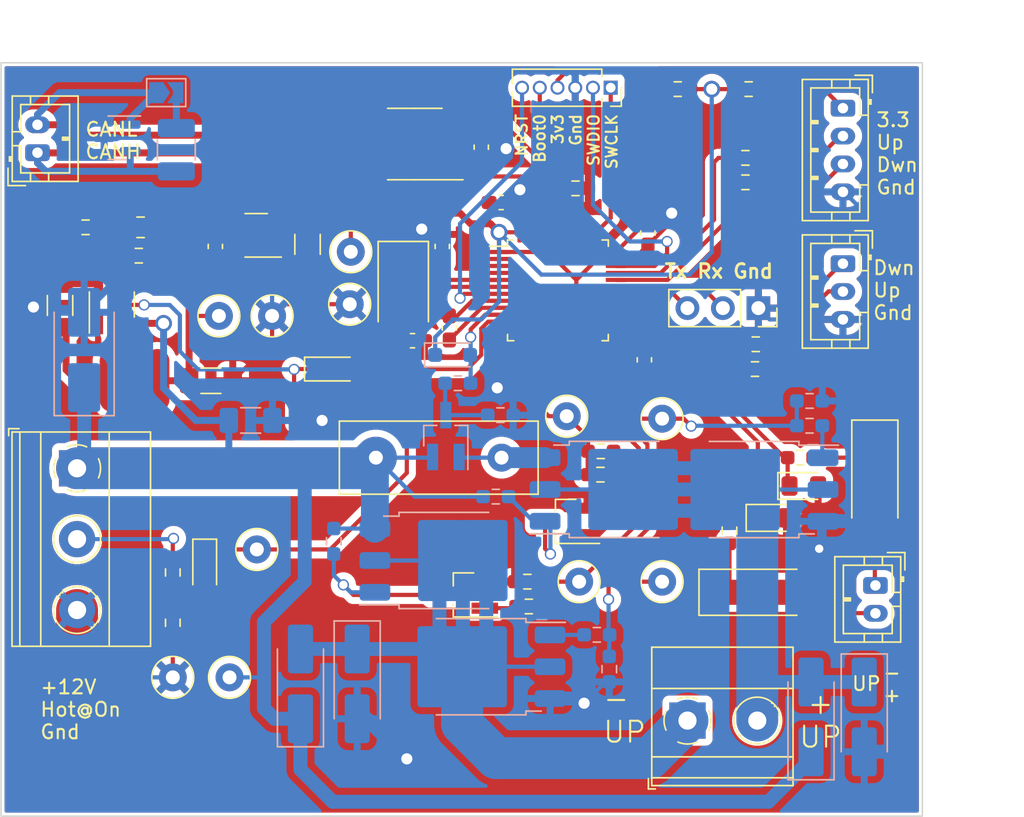
<source format=kicad_pcb>
(kicad_pcb (version 20240108) (generator "pcbnew") (generator_version "8.0")
  (layers (0 "F.Cu" signal) (31 "B.Cu" signal) (34 "B.Paste" user) (35 "F.Paste" user) (36 "B.SilkS" user "B.Silkscreen") (37 "F.SilkS" user "F.Silkscreen") (38 "B.Mask" user) (39 "F.Mask" user) (44 "Edge.Cuts" user))
  (net 0 "")
  (net 1 "+5V")
  (net 2 "GND")
  (net 3 "+12V")
  (net 4 "Net-(U2-SW)")
  (net 5 "Net-(U2-BS)")
  (net 6 "+3V3")
  (net 7 "Net-(U2-FB)")
  (net 8 "/OSC_IN")
  (net 9 "/OSC_OUT")
  (net 10 "/VEN")
  (net 11 "Net-(D1-A)")
  (net 12 "/Power_EN")
  (net 13 "Net-(D4-K)")
  (net 14 "Net-(D4-A)")
  (net 15 "Net-(D5-K)")
  (net 16 "Net-(D5-A)")
  (net 17 "/UP_DIR")
  (net 18 "/DOWN_DIR")
  (net 19 "/Vsen")
  (net 20 "Net-(D10-A)")
  (net 21 "Net-(D11-A)")
  (net 22 "/CANL")
  (net 23 "/CANH")
  (net 24 "/HOT@On")
  (net 25 "Net-(J2-Pin_1)")
  (net 26 "Net-(J2-Pin_2)")
  (net 27 "Net-(J2-Pin_3)")
  (net 28 "Net-(J3-Pin_2)")
  (net 29 "/Rx")
  (net 30 "/Tx")
  (net 31 "/SWCLK")
  (net 32 "/SWDIO")
  (net 33 "Net-(J5-Pin_4)")
  (net 34 "/BOOT0")
  (net 35 "/NRST")
  (net 36 "Net-(JP1-B)")
  (net 37 "Net-(Q1-G)")
  (net 38 "Net-(Q1-D)")
  (net 39 "Net-(Q2-S)")
  (net 40 "Net-(Q3-G)")
  (net 41 "Net-(Q4-G)")
  (net 42 "Net-(Q5-G)")
  (net 43 "Net-(Q6-G)")
  (net 44 "/UP_SW")
  (net 45 "/DOWN_SW")
  (net 46 "/UP_BTN")
  (net 47 "/DOWN_BTN")
  (net 48 "Net-(U4-sense)")
  (net 49 "/L_UP")
  (net 50 "/L_DOWN")
  (net 51 "/R_DOWN")
  (net 52 "/R_UP")
  (net 63 "/CAN_Rx")
  (net 64 "/CAN_Tx")
  (net 73 "Net-(J3-Pin_1)")
  (footprint "Crystal:Crystal_SMD_5032-2Pin_5.0x3.2mm" (layer "F.Cu") (at 99.314 86.36 -90)
    (property "Reference" "Y1" (hide yes))
    (property "Value" "NX5032GA-8MHz" (hide yes))
  )
  (footprint "Resistor_SMD:R_0603_1608Metric_Pad0.98x0.95mm_HandSolder" (layer "F.Cu") (at 82.804 110.6405 90)
    (property "Reference" "R2" (hide yes))
    (property "Value" "100k" (hide yes))
  )
  (footprint "TestPoint:TestPoint_Loop_D1.80mm_Drill1.0mm_Beaded" (layer "F.Cu") (at 111.0234 95.8342)
    (property "Reference" "TP8" (hide yes))
    (property "Value" "L+" (hide yes))
  )
  (footprint "TestPoint:TestPoint_Loop_D1.80mm_Drill1.0mm_Beaded" (layer "F.Cu") (at 117.856 107.696)
    (property "Reference" "TP11" (hide yes))
    (property "Value" "R-" (hide yes))
  )
  (footprint "Capacitor_SMD:C_1206_3216Metric_Pad1.33x1.80mm_HandSolder" (layer "F.Cu") (at 85.5341 93.2942)
    (property "Reference" "C5" (hide yes))
    (property "Value" "47u" (hide yes))
  )
  (footprint "Capacitor_SMD:C_1206_3216Metric_Pad1.33x1.80mm_HandSolder" (layer "F.Cu") (at 74.7268 87.8971 90)
    (property "Reference" "C3" (hide yes))
    (property "Value" "1u" (hide yes))
  )
  (footprint "Connector_JST:JST_PH_B4B-PH-K_1x04_P2.00mm_Vertical" (layer "F.Cu") (at 130.81 73.756 -90)
    (property "Reference" "J2" (hide yes))
    (property "Value" "Hall" (hide yes))
  )
  (footprint "TestPoint:TestPoint_Loop_D1.80mm_Drill1.0mm_Beaded" (layer "F.Cu") (at 86.868 114.554)
    (property "Reference" "TP3" (hide yes))
    (property "Value" "12V" (hide yes))
  )
  (footprint "Resistor_SMD:R_0603_1608Metric_Pad0.98x0.95mm_HandSolder" (layer "F.Cu") (at 80.3675 84.328 180)
    (property "Reference" "R7" (hide yes))
    (property "Value" "100k" (hide yes))
  )
  (footprint "Connector_PinSocket_1.27mm:PinSocket_1x06_P1.27mm_Vertical" (layer "F.Cu") (at 114.173 72.2884 -90)
    (property "Reference" "J5" (hide yes))
    (property "Value" "Prog" (hide yes))
  )
  (footprint "Capacitor_SMD:C_0603_1608Metric_Pad1.08x0.95mm_HandSolder" (layer "F.Cu") (at 116.586 91.7945 -90)
    (property "Reference" "C12" (hide yes))
    (property "Value" "0.1" (hide yes))
  )
  (footprint "TestPoint:TestPoint_Loop_D1.80mm_Drill1.0mm_Beaded" (layer "F.Cu") (at 95.5548 84.0486)
    (property "Reference" "TP5" (hide yes))
    (property "Value" "3V3" (hide yes))
  )
  (footprint "Resistor_THT:R_Box_L14.0mm_W5.0mm_P9.00mm" (layer "F.Cu") (at 97.354 98.806)
    (property "Reference" "R20" (hide yes))
    (property "Value" "0.05" (hide yes))
  )
  (footprint "TestPoint:TestPoint_Loop_D1.80mm_Drill1.0mm_Beaded" (layer "F.Cu") (at 89.916 88.646)
    (property "Reference" "TP1" (hide yes))
    (property "Value" "Gnd" (hide yes))
  )
  (footprint "Capacitor_SMD:C_0603_1608Metric_Pad1.08x0.95mm_HandSolder" (layer "F.Cu") (at 102.616 89.5085 90)
    (property "Reference" "C11" (hide yes))
    (property "Value" "0.1" (hide yes))
  )
  (footprint "TestPoint:TestPoint_Loop_D1.80mm_Drill1.0mm_Beaded" (layer "F.Cu") (at 111.9124 107.696)
    (property "Reference" "TP10" (hide yes))
    (property "Value" "R+" (hide yes))
  )
  (footprint "Capacitor_SMD:C_0603_1608Metric_Pad1.08x0.95mm_HandSolder" (layer "F.Cu") (at 116.84 82.7035 -90)
    (property "Reference" "C9" (hide yes))
    (property "Value" "0.1" (hide yes))
  )
  (footprint "Capacitor_SMD:C_1206_3216Metric" (layer "F.Cu") (at 92.456 83.517 -90)
    (property "Reference" "C4" (hide yes))
    (property "Value" "47u" (hide yes))
  )
  (footprint "Package_TO_SOT_SMD:SOT-23_Handsoldering" (layer "F.Cu") (at 103.656 108.646 180)
    (property "Reference" "Q6" (hide yes))
    (property "Value" "2N7002" (hide yes))
  )
  (footprint "kicad:cd43" (layer "F.Cu") (at 80.0614 93.2688)
    (property "Reference" "L1" (hide yes))
    (property "Value" "10u" (hide yes))
  )
  (footprint "Connector_PinSocket_2.54mm:PinSocket_1x03_P2.54mm_Vertical" (layer "F.Cu") (at 124.7498 88.0868 -90)
    (property "Reference" "J4" (hide yes))
    (property "Value" "UART" (hide yes))
  )
  (footprint "Capacitor_SMD:C_0805_2012Metric_Pad1.18x1.45mm_HandSolder" (layer "F.Cu") (at 80.4965 82.296 180)
    (property "Reference" "C6" (hide yes))
    (property "Value" "22" (hide yes))
  )
  (footprint "TerminalBlock_Phoenix:TerminalBlock_Phoenix_MKDS-1,5-2_1x02_P5.00mm_Horizontal" (layer "F.Cu") (at 119.674 117.653)
    (property "Reference" "J7" (hide yes))
    (property "Value" "Motor" (hide yes))
  )
  (footprint "Package_SO:SOIC-8_3.9x4.9mm_P1.27mm" (layer "F.Cu") (at 100.141 76.327 180)
    (property "Reference" "U5" (hide yes))
    (property "Value" "TJA1050" (hide yes))
  )
  (footprint "Resistor_SMD:R_0603_1608Metric_Pad0.98x0.95mm_HandSolder" (layer "F.Cu") (at 113.4637 98.3488)
    (property "Reference" "R16" (hide yes))
    (property "Value" "100" (hide yes))
  )
  (footprint "Resistor_SMD:R_0603_1608Metric_Pad0.98x0.95mm_HandSolder" (layer "F.Cu") (at 108.204 107.696 180)
    (property "Reference" "R27" (hide yes))
    (property "Value" "10k" (hide yes))
  )
  (footprint "Diode_SMD:D_SOD-323_HandSoldering" (layer "F.Cu") (at 85.09 106.66 -90)
    (property "Reference" "D1" (hide yes))
    (property "Value" "1N5819" (hide yes))
  )
  (footprint "Capacitor_SMD:C_0603_1608Metric_Pad1.08x0.95mm_HandSolder" (layer "F.Cu") (at 104.902 76.5545 90)
    (property "Reference" "C13" (hide yes))
    (property "Value" "0.1" (hide yes))
  )
  (footprint "Resistor_SMD:R_0603_1608Metric_Pad0.98x0.95mm_HandSolder" (layer "F.Cu") (at 82.804 107.0375 90)
    (property "Reference" "R1" (hide yes))
    (property "Value" "300k" (hide yes))
  )
  (footprint "Package_TO_SOT_SMD:SOT-23-3" (layer "F.Cu") (at 88.7785 82.87 180)
    (property "Reference" "U1" (hide yes))
    (property "Value" "XC6206PxxxMR" (hide yes))
  )
  (footprint "Connector_JST:JST_PH_B2B-PH-K_1x02_P2.00mm_Vertical" (layer "F.Cu") (at 73.11 76.946 90)
    (property "Reference" "J8" (hide yes))
    (property "Value" "CAN" (hide yes))
  )
  (footprint "TestPoint:TestPoint_Loop_D1.80mm_Drill1.0mm_Beaded" (layer "F.Cu") (at 82.804 114.554)
    (property "Reference" "TP6" (hide yes))
    (property "Value" "Gnd" (hide yes))
  )
  (footprint "Resistor_SMD:R_0603_1608Metric_Pad0.98x0.95mm_HandSolder" (layer "F.Cu") (at 127.762 98.806)
    (property "Reference" "R13" (hide yes))
    (property "Value" "1k" (hide yes))
  )
  (footprint "Diode_SMD:D_SOD-323_HandSoldering" (layer "F.Cu") (at 94.254 92.456)
    (property "Reference" "D2" (hide yes))
    (property "Value" "1N5819" (hide yes))
  )
  (footprint "TerminalBlock_Phoenix:TerminalBlock_Phoenix_MKDS-1,5-3-5.08_1x03_P5.08mm_Horizontal" (layer "F.Cu") (at 75.946 99.568 -90)
    (property "Reference" "J1" (hide yes))
    (property "Value" "Power" (hide yes))
  )
  (footprint "Capacitor_SMD:C_0603_1608Metric_Pad1.08x0.95mm_HandSolder" (layer "F.Cu") (at 102.108 83.6665 90)
    (property "Reference" "C8" (hide yes))
    (property "Value" "6" (hide yes))
  )
  (footprint "Resistor_SMD:R_0603_1608Metric_Pad0.98x0.95mm_HandSolder" (layer "F.Cu") (at 123.825 77.3176 180)
    (property "Reference" "R4" (hide yes))
    (property "Value" "100" (hide yes))
  )
  (footprint "Package_TO_SOT_SMD:SOT-23-6_Handsoldering" (layer "F.Cu") (at 78.4352 87.8294 90)
    (property "Reference" "U2" (hide yes))
    (property "Value" "MT1470" (hide yes))
  )
  (footprint "TestPoint:TestPoint_Loop_D1.80mm_Drill1.0mm_Beaded" (layer "F.Cu") (at 95.4786 87.8078)
    (property "Reference" "TP7" (hide yes))
    (property "Value" "Gnd" (hide yes))
  )
  (footprint "TestPoint:TestPoint_Loop_D1.80mm_Drill1.0mm_Beaded" (layer "F.Cu") (at 88.8238 105.3846)
    (property "Reference" "TP2" (hide yes))
    (property "Value" "Ven" (hide yes))
  )
  (footprint "Resistor_SMD:R_0603_1608Metric_Pad0.98x0.95mm_HandSolder" (layer "F.Cu") (at 111.6565 79.502 180)
    (property "Reference" "R11" (hide yes))
    (property "Value" "10k" (hide yes))
  )
  (footprint "Connector_JST:JST_PH_B2B-PH-K_1x02_P2.00mm_Vertical" (layer "F.Cu") (at 133.138 107.966 -90)
    (property "Reference" "J6" (hide yes))
    (property "Value" "EXT_MOT" (hide yes))
  )
  (footprint "Resistor_SMD:R_0603_1608Metric_Pad0.98x0.95mm_HandSolder" (layer "F.Cu") (at 108.3075 109.474 180)
    (property "Reference" "R25" (hide yes))
    (property "Value" "100" (hide yes))
  )
  (footprint "Connector_JST:JST_PH_B3B-PH-K_1x03_P2.00mm_Vertical" (layer "F.Cu") (at 130.81 84.9 -90)
    (property "Reference" "J3" (hide yes))
    (property "Value" "Buttons" (hide yes))
  )
  (footprint "Capacitor_SMD:C_0603_1608Metric_Pad1.08x0.95mm_HandSolder" (layer "F.Cu") (at 106.3255 80.518)
    (property "Reference" "C7" (hide yes))
    (property "Value" "0.1" (hide yes))
  )
  (footprint "Package_QFP:LQFP-48_7x7mm_P0.5mm" (layer "F.Cu") (at 110.3915 86.8141)
    (property "Reference" "U3" (hide yes))
    (property "Value" "STM32F103C6Tx" (hide yes))
  )
  (footprint "Resistor_SMD:R_0603_1608Metric_Pad0.98x0.95mm_HandSolder" (layer "F.Cu") (at 76.5575 82.296 180)
    (property "Reference" "R6" (hide yes))
    (property "Value" "19k" (hide yes))
  )
  (footprint "TestPoint:TestPoint_Loop_D1.80mm_Drill1.0mm_Beaded" (layer "F.Cu") (at 86.106 88.646)
    (property "Reference" "TP4" (hide yes))
    (property "Value" "5V" (hide yes))
  )
  (footprint "TestPoint:TestPoint_Loop_D1.80mm_Drill1.0mm_Beaded" (layer "F.Cu") (at 117.856 96.012)
    (property "Reference" "TP9" (hide yes))
    (property "Value" "L-" (hide yes))
  )
  (footprint "Resistor_SMD:R_0603_1608Metric_Pad0.98x0.95mm_HandSolder" (layer "F.Cu") (at 124.0555 72.39 180)
    (property "Reference" "R3" (hide yes))
    (property "Value" "47" (hide yes))
  )
  (footprint "Diode_SMD:D_0805_2012Metric_Pad1.15x1.40mm_HandSolder" (layer "F.Cu") (at 125.739 103.124)
    (property "Reference" "D6" (hide yes))
    (property "Value" "MM3Z3V3" (hide yes))
  )
  (footprint "Resistor_SMD:R_0603_1608Metric_Pad0.98x0.95mm_HandSolder" (layer "F.Cu") (at 124.5635 90.678 180)
    (property "Reference" "R8" (hide yes))
    (property "Value" "100" (hide yes))
  )
  (footprint "Diode_SMD:D_SMA_Handsoldering" (layer "F.Cu") (at 133.096 100.624 -90)
    (property "Reference" "D5" (hide yes))
    (property "Value" "1N4007" (hide yes))
  )
  (footprint "Package_TO_SOT_SMD:SOT-23_Handsoldering" (layer "F.Cu") (at 110.974 103.378 180)
    (property "Reference" "Q1" (hide yes))
    (property "Value" "2N7002" (hide yes))
  )
  (footprint "Resistor_SMD:R_0603_1608Metric_Pad0.98x0.95mm_HandSolder" (layer "F.Cu") (at 118.9755 72.39 180)
    (property "Reference" "R10" (hide yes))
    (property "Value" "6.8" (hide yes))
  )
  (footprint "Diode_SMD:D_SMA_Handsoldering" (layer "F.Cu") (at 125.008 108.458)
    (property "Reference" "D4" (hide yes))
    (property "Value" "1N4007" (hide yes))
  )
  (footprint "Resistor_SMD:R_0603_1608Metric_Pad0.98x0.95mm_HandSolder" (layer "F.Cu") (at 124.5108 92.456 180)
    (property "Reference" "R9" (hide yes))
    (property "Value" "100" (hide yes))
  )
  (footprint "Diode_SMD:D_0805_2012Metric_Pad1.15x1.40mm_HandSolder" (layer "F.Cu") (at 128.007 100.838)
    (property "Reference" "D7" (hide yes))
    (property "Value" "MM3Z3V3" (hide yes))
  )
  (footprint "Resistor_SMD:R_0603_1608Metric_Pad0.98x0.95mm_HandSolder" (layer "F.Cu") (at 113.4383 100.0252 180)
    (property "Reference" "R26" (hide yes))
    (property "Value" "10k" (hide yes))
  )
  (footprint "Resistor_SMD:R_0603_1608Metric_Pad0.98x0.95mm_HandSolder" (layer "F.Cu") (at 123.825 79.0702 180)
    (property "Reference" "R5" (hide yes))
    (property "Value" "100" (hide yes))
  )
  (footprint "Capacitor_SMD:C_0603_1608Metric_Pad1.08x0.95mm_HandSolder" (layer "F.Cu") (at 99.9755 90.424)
    (property "Reference" "C10" (hide yes))
    (property "Value" "6" (hide yes))
  )
  (footprint "Capacitor_SMD:C_0603_1608Metric_Pad1.08x0.95mm_HandSolder" (layer "F.Cu") (at 85.852 83.6665 -90)
    (property "Reference" "C1" (hide yes))
    (property "Value" "0.1" (hide yes))
  )
  (footprint "Resistor_SMD:R_0603_1608Metric_Pad0.98x0.95mm_HandSolder" (layer "F.Cu") (at 122.682 104.0365 -90)
    (property "Reference" "R12" (hide yes))
    (property "Value" "1k" (hide yes))
  )
  (footprint "Package_TO_SOT_SMD:TO-252-3_TabPin2" (layer "B.Cu") (at 124.347 101.093 180)
    (property "Reference" "Q3" (hide yes))
    (property "Value" "IRLR7807" (hide yes))
  )
  (footprint "Diode_SMD:D_SMA_Handsoldering" (layer "B.Cu") (at 128.524 117.388 90)
    (property "Reference" "D10" (hide yes))
    (property "Value" "1N4007" (hide yes))
  )
  (footprint "Resistor_SMD:R_0603_1608Metric_Pad0.98x0.95mm_HandSolder" (layer "B.Cu") (at 128.4205 96.52)
    (property "Reference" "R18" (hide yes))
    (property "Value" "220" (hide yes))
  )
  (footprint "Diode_SMD:D_SMA_Handsoldering" (layer "B.Cu") (at 132.334 117.388 -90)
    (property "Reference" "D9" (hide yes))
    (property "Value" "1N4007" (hide yes))
  )
  (footprint "Diode_SMD:D_SMB_Handsoldering" (layer "B.Cu") (at 76.454 91.0844 90)
    (property "Reference" "D3" (hide yes))
    (property "Value" "SMBJ18A" (hide yes))
  )
  (footprint "Resistor_SMD:R_0603_1608Metric_Pad0.98x0.95mm_HandSolder" (layer "B.Cu") (at 114.0714 113.9679 -90)
    (property "Reference" "R22" (hide yes))
    (property "Value" "10k" (hide yes))
  )
  (footprint "Package_TO_SOT_SMD:TO-252-3_TabPin2" (layer "B.Cu") (at 104.789 113.793 180)
    (property "Reference" "Q5" (hide yes))
    (property "Value" "IRLR7807" (hide yes))
  )
  (footprint "Resistor_SMD:R_0603_1608Metric_Pad0.98x0.95mm_HandSolder" (layer "B.Cu") (at 103.2275 93.472)
    (property "Reference" "R14" (hide yes))
    (property "Value" "330" (hide yes))
  )
  (footprint "Diode_SMD:D_SOD-323_HandSoldering" (layer "B.Cu") (at 102.85 91.44)
    (property "Reference" "D8" (hide yes))
    (property "Value" "1N5819" (hide yes))
  )
  (footprint "Resistor_SMD:R_0603_1608Metric_Pad0.98x0.95mm_HandSolder" (layer "B.Cu") (at 113.1805 111.506 180)
    (property "Reference" "R24" (hide yes))
    (property "Value" "220" (hide yes))
  )
  (footprint "Package_TO_SOT_SMD:TO-252-3_TabPin2" (layer "B.Cu") (at 102.322 106.178)
    (property "Reference" "Q4" (hide yes))
    (property "Value" "AOD4185" (hide yes))
  )
  (footprint "Package_TO_SOT_SMD:SOT-23_Handsoldering" (layer "B.Cu") (at 102.362 97.258 90)
    (property "Reference" "U4" (hide yes))
    (property "Value" "ZXCT1009" (hide yes))
  )
  (footprint "Resistor_SMD:R_1210_3225Metric_Pad1.30x2.65mm_HandSolder" (layer "B.Cu") (at 83.058 76.734 90)
    (property "Reference" "R21" (hide yes))
    (property "Value" "120" (hide yes))
  )
  (footprint "Package_TO_SOT_SMD:SOT-23" (layer "B.Cu") (at 78.8185 75.88 180)
    (property "Reference" "D13" (hide yes))
    (property "Value" "PESD1CAN" (hide yes))
  )
  (footprint "Package_TO_SOT_SMD:TO-252-3_TabPin2" (layer "B.Cu") (at 114.514 101.086)
    (property "Reference" "Q2" (hide yes))
    (property "Value" "AOD4185" (hide yes))
  )
  (footprint "Resistor_SMD:R_0603_1608Metric_Pad0.98x0.95mm_HandSolder" (layer "B.Cu") (at 105.9434 101.6 180)
    (property "Reference" "R17" (hide yes))
    (property "Value" "10k" (hide yes))
  )
  (footprint "Resistor_SMD:R_0603_1608Metric_Pad0.98x0.95mm_HandSolder" (layer "B.Cu") (at 94.3356 104.7985 90)
    (property "Reference" "R23" (hide yes))
    (property "Value" "10k" (hide yes))
  )
  (footprint "Diode_SMD:D_SMA_Handsoldering" (layer "B.Cu") (at 96.012 115.022 -90)
    (property "Reference" "D12" (hide yes))
    (property "Value" "1N4007" (hide yes))
  )
  (footprint "Resistor_SMD:R_0603_1608Metric_Pad0.98x0.95mm_HandSolder" (layer "B.Cu") (at 106.2755 95.758)
    (property "Reference" "R15" (hide yes))
    (property "Value" "100" (hide yes))
  )
  (footprint "Capacitor_SMD:C_1206_3216Metric_Pad1.33x1.80mm_HandSolder" (layer "B.Cu") (at 88.3797 96.139 180)
    (property "Reference" "C2" (hide yes))
    (property "Value" "10u" (hide yes))
  )
  (footprint "Jumper:SolderJumper-2_P1.3mm_Open_TrianglePad1.0x1.5mm" (layer "B.Cu") (at 82.333 72.644)
    (property "Reference" "JP1" (hide yes))
    (property "Value" "Term" (hide yes))
  )
  (footprint "Resistor_SMD:R_0603_1608Metric_Pad0.98x0.95mm_HandSolder" (layer "B.Cu") (at 128.4205 94.742 180)
    (property "Reference" "R19" (hide yes))
    (property "Value" "10k" (hide yes))
  )
  (footprint "Diode_SMD:D_SMA_Handsoldering" (layer "B.Cu") (at 91.948 115.022 90)
    (property "Reference" "D11" (hide yes))
    (property "Value" "1N4007" (hide yes))
  )
  (gr_rect (start 70.5 70.5) (end 136.5 124.5) (stroke (width 0.1)) (fill none) (layer "Edge.Cuts"))
  (gr_text "-\n+" (at 133.604 116.4082 0) (layer "F.SilkS") (effects (font (size 1 1)) (justify left bottom)))
  (gr_text "Tx Rx Gnd" (at 117.9322 86.0298 0) (layer "F.SilkS") (effects (font (size 1 1) (thickness 0.2) (bold yes)) (justify left bottom)))
  (gr_text "-\nUP" (at 113.538 119.3546 0) (layer "F.SilkS") (effects (font (size 1.5 1.5)) (justify left bottom)))
  (gr_text "+12V\nHot@On\nGnd" (at 73.2282 119.0498 0) (layer "F.SilkS") (effects (font (size 1 1)) (justify left bottom)))
  (gr_text "NRST\nBoot0\n3v3\nGnd\nSWDIO\nSWCLK" (at 114.7064 74.0918 90) (layer "F.SilkS") (effects (font (size 0.8 0.8)) (justify right bottom)))
  (gr_text "3.3\nUp\nDwn\nGnd" (at 133.1214 80.01 0) (layer "F.SilkS") (effects (font (size 1 1)) (justify left bottom)))
  (gr_text "UP" (at 131.3688 115.5954 0) (layer "F.SilkS") (effects (font (size 1 1)) (justify left bottom)))
  (gr_text "Dwn\nUp\nGnd" (at 132.8928 89.0016 0) (layer "F.SilkS") (effects (font (size 1 1)) (justify left bottom)))
  (gr_text "CANL\nCANH" (at 76.454 77.47 0) (layer "F.SilkS") (effects (font (size 1 1)) (justify left bottom)))
  (gr_text "+\nUP" (at 129.2098 119.7102 0) (layer "F.SilkS") (effects (font (size 1.5 1.5)) (justify bottom)))
  (segment (start 83.9716 84.9876) (end 83.9716 83.4144) (width 0.5) (layer "F.Cu") (net 1))
  (segment (start 83.9716 93.2942) (end 81.7118 93.2942) (width 0.5) (layer "F.Cu") (net 1))
  (segment (start 85.852 81.026) (end 85.852 82.804) (width 0.5) (layer "F.Cu") (net 1))
  (segment (start 100.5332 78.9178) (end 99.187 80.264) (width 0.5) (layer "F.Cu") (net 1))
  (segment (start 85.852 82.804) (end 87.575 82.804) (width 0.5) (layer "F.Cu") (net 1))
  (segment (start 81.9396 84.9876) (end 81.28 84.328) (width 0.5) (layer "F.Cu") (net 1))
  (segment (start 104.902 75.692) (end 102.616 75.692) (width 0.3) (layer "F.Cu") (net 1))
  (segment (start 102.616 75.692) (end 101.1428 75.692) (width 0.5) (layer "F.Cu") (net 1))
  (segment (start 84.582 82.804) (end 85.852 82.804) (width 0.5) (layer "F.Cu") (net 1))
  (segment (start 81.534 82.296) (end 81.534 84.074) (width 0.3) (layer "F.Cu") (net 1))
  (segment (start 86.106 88.646) (end 83.9716 88.646) (width 0.3) (layer "F.Cu") (net 1))
  (segment (start 101.1428 75.692) (end 100.5332 76.3016) (width 0.5) (layer "F.Cu") (net 1))
  (segment (start 86.614 80.264) (end 85.852 81.026) (width 0.5) (layer "F.Cu") (net 1))
  (segment (start 83.9716 88.646) (end 83.9716 84.9876) (width 0.5) (layer "F.Cu") (net 1))
  (segment (start 83.9716 93.2942) (end 83.9716 88.646) (width 0.5) (layer "F.Cu") (net 1))
  (segment (start 99.187 80.264) (end 86.614 80.264) (width 0.5) (layer "F.Cu") (net 1))
  (segment (start 83.9716 84.9876) (end 81.9396 84.9876) (width 0.5) (layer "F.Cu") (net 1))
  (segment (start 81.534 84.074) (end 81.28 84.328) (width 0.3) (layer "F.Cu") (net 1))
  (segment (start 87.575 82.804) (end 87.641 82.87) (width 0.5) (layer "F.Cu") (net 1))
  (segment (start 100.5332 76.3016) (end 100.5332 78.9178) (width 0.5) (layer "F.Cu") (net 1))
  (segment (start 83.9716 83.4144) (end 84.582 82.804) (width 0.5) (layer "F.Cu") (net 1))
  (segment (start 81.7118 93.2942) (end 81.6864 93.2688) (width 0.5) (layer "F.Cu") (net 1))
  (segment (start 77.4852 88.585) (end 76.8858 87.9856) (width 0.3) (layer "F.Cu") (net 2))
  (segment (start 112.6415 90.9766) (end 112.6415 92.0675) (width 0.3) (layer "F.Cu") (net 2))
  (segment (start 105.156 107.696) (end 105.156 103.378) (width 0.3) (layer "F.Cu") (net 2))
  (segment (start 107.188 80.082902) (end 107.670302 79.6006) (width 0.3) (layer "F.Cu") (net 2))
  (segment (start 99.187 93.8022) (end 97.6376 95.3516) (width 0.5) (layer "F.Cu") (net 2))
  (segment (start 121.2342 104.3686) (end 120.015 105.5878) (width 0.3) (layer "F.Cu") (net 2))
  (segment (start 108.1415 82.6516) (end 108.1415 81.4715) (width 0.3) (layer "F.Cu") (net 2))
  (segment (start 72.8218 88.011) (end 72.8218 84.1502) (width 0.3) (layer "F.Cu") (net 2))
  (segment (start 102.108 82.804) (end 101.0158 82.804) (width 0.3) (layer "F.Cu") (net 2))
  (segment (start 94.2848 95.3516) (end 93.4974 96.139) (width 0.5) (layer "F.Cu") (net 2))
  (segment (start 86.106 84.836) (end 89.916 88.646) (width 0.3) (layer "F.Cu") (net 2))
  (segment (start 94.2848 95.3516) (end 94.2848 91.1098) (width 0.3) (layer "F.Cu") (net 2))
  (segment (start 75.946 109.728) (end 75.946 115.4684) (width 3) (layer "F.Cu") (net 2))
  (segment (start 116.84 83.566) (end 118.5418 81.8642) (width 0.3) (layer "F.Cu") (net 2))
  (segment (start 120.015 105.5878) (end 120.015 108.6612) (width 0.3) (layer "F.Cu") (net 2))
  (segment (start 80.8736 120.396) (end 99.568 120.396) (width 3) (layer "F.Cu") (net 2))
  (segment (start 75.946 115.4684) (end 80.8736 120.396) (width 3) (layer "F.Cu") (net 2))
  (segment (start 112.474 102.428) (end 113.6994 101.2026) (width 0.3) (layer "F.Cu") (net 2))
  (segment (start 90.7542 87.8078) (end 89.916 88.646) (width 0.3) (layer "F.Cu") (net 2))
  (segment (start 99.568 120.396) (end 108.2802 120.396) (width 1) (layer "F.Cu") (net 2))
  (segment (start 100.838 89.789) (end 101.3714 89.2556) (width 0.3) (layer "F.Cu") (net 2))
  (segment (start 100.838 91.059) (end 100.838 90.424) (width 0.3) (layer "F.Cu") (net 2))
  (segment (start 108.6358 101.5746) (end 113.3274 101.5746) (width 0.3) (layer "F.Cu") (net 2))
  (segment (start 129.032 105.2576) (end 129.1082 105.3338) (width 0.3) (layer "F.Cu") (net 2))
  (segment (start 76.8858 87.9856) (end 73.9648 87.9856) (width 0.3) (layer "F.Cu") (net 2))
  (segment (start 102.616 88.646) (end 101.981 88.646) (width 0.3) (layer "F.Cu") (net 2))
  (segment (start 108.6358 96.393) (end 106.045 93.8022) (width 0.3) (layer "F.Cu") (net 2))
  (segment (start 106.045 93.8022) (end 99.187 93.8022) (width 0.5) (layer "F.Cu") (net 2))
  (segment (start 106.9594 101.5746) (end 108.6358 101.5746) (width 0.3) (layer "F.Cu") (net 2))
  (segment (start 128.1938 103.124) (end 129.032 102.2858) (width 0.3) (layer "F.Cu") (net 2))
  (segment (start 113.231 92.657) (end 116.586 92.657) (width 0.3) (layer "F.Cu") (net 2))
  (segment (start 129.032 102.2858) (end 129.032 105.2576) (width 0.3) (layer "F.Cu") (net 2))
  (segment (start 113.3274 101.5746) (end 113.6994 101.2026) (width 0.3) (layer "F.Cu") (net 2))
  (segment (start 111.633 78.566) (end 112.569 79.502) (width 0.3) (layer "F.Cu") (net 2))
  (segment (start 126.764 103.124) (end 128.1938 103.124) (width 0.3) (layer "F.Cu") (net 2))
  (segment (start 73.9648 87.9856) (end 72.8472 87.9856) (width 0.3) (layer "F.Cu") (net 2))
  (segment (start 118.5418 81.8642) (end 118.5418 81.28) (width 0.3) (layer "F.Cu") (net 2))
  (segment (start 89.281 91.1098) (end 87.0966 93.2942) (width 0.3) (layer "F.Cu") (net 2))
  (segment (start 101.0158 82.804) (end 100.6348 82.423) (width 0.3) (layer "F.Cu") (net 2))
  (segment (start 89.916 91.1098) (end 89.281 91.1098) (width 0.3) (layer "F.Cu") (net 2))
  (segment (start 77.4852 89.1794) (end 77.4852 88.585) (width 0.3) (layer "F.Cu") (net 2))
  (segment (start 102.616 76.962) (end 104.447 76.962) (width 0.3) (layer "F.Cu") (net 2))
  (segment (start 129.032 100.838) (end 129.032 102.2858) (width 0.3) (layer "F.Cu") (net 2))
  (segment (start 72.7202 106.5022) (end 75.946 109.728) (width 0.3) (layer "F.Cu") (net 2))
  (segment (start 108.2802 120.396) (end 112.268 116.4082) (width 1) (layer "F.Cu") (net 2))
  (segment (start 83.7692 80.2132) (end 77.7278 80.2132) (width 0.5) (layer "F.Cu") (net 2))
  (segment (start 120.015 108.6612) (end 112.268 116.4082) (width 0.3) (layer "F.Cu") (net 2))
  (segment (start 108.1415 81.4715) (end 107.188 80.518) (width 0.3) (layer "F.Cu") (net 2))
  (segment (start 104.447 76.962) (end 104.902 77.417) (width 0.3) (layer "F.Cu") (net 2))
  (segment (start 116.586 92.657) (end 118.2856 92.657) (width 0.3) (layer "F.Cu") (net 2))
  (segment (start 95.4786 87.8078) (end 90.7542 87.8078) (width 0.3) (layer "F.Cu") (net 2))
  (segment (start 92.456 84.992) (end 91.088 84.992) (width 0.5) (layer "F.Cu") (net 2))
  (segment (start 108.6358 101.5746) (end 108.6358 96.393) (width 0.3) (layer "F.Cu") (net 2))
  (segment (start 85.852 84.836) (end 86.106 84.836) (width 0.3) (layer "F.Cu") (net 2))
  (segment (start 112.6415 92.0675) (end 113.231 92.657) (width 0.3) (layer "F.Cu") (net 2))
  (segment (start 104.250561 87.5641) (end 103.168661 88.646) (width 0.3) (layer "F.Cu") (net 2))
  (segment (start 100.1522 91.7448) (end 100.838 91.059) (width 0.3) (layer "F.Cu") (net 2))
  (segment (start 111.633 72.2884) (end 111.633 78.566) (width 0.3) (layer "F.Cu") (net 2))
  (segment (start 91.088 84.992) (end 89.916 83.82) (width 0.5) (layer "F.Cu") (net 2))
  (segment (start 118.2856 92.657) (end 121.2342 95.6056) (width 0.3) (layer "F.Cu") (net 2))
  (segment (start 72.8218 88.011) (end 72.7202 88.1126) (width 0.3) (layer "F.Cu") (net 2))
  (segment (start 97.6376 95.3516) (end 94.2848 95.3516) (width 0.5) (layer "F.Cu") (net 2))
  (segment (start 74.676 82.296) (end 75.645 82.296) (width 0.3) (layer "F.Cu") (net 2))
  (segment (start 85.852 84.529) (end 85.852 84.836) (width 0.3) (layer "F.Cu") (net 2))
  (segment (start 92.456 84.992) (end 92.456 86.106) (width 0.3) (layer "F.Cu") (net 2))
  (segment (start 85.7504 78.232) (end 83.7692 80.2132) (width 0.5) (layer "F.Cu") (net 2))
  (segment (start 82.804 111.553) (end 82.804 114.554) (width 0.3) (layer "F.Cu") (net 2))
  (segment (start 77.7278 80.2132) (end 75.645 82.296) (width 0.5) (layer "F.Cu") (net 2))
  (segment (start 94.2848 91.1098) (end 97.155 91.1098) (width 0.3) (layer "F.Cu") (net 2))
  (segment (start 103.168661 88.646) (end 102.616 88.646) (width 0.3) (layer "F.Cu") (net 2))
  (segment (start 89.916 88.646) (end 89.916 91.1098) (width 0.3) (layer "F.Cu") (net 2))
  (segment (start 104.902 77.417) (end 105.9202 77.417) (width 0.5) (layer "F.Cu") (net 2))
  (segment (start 107.188 80.518) (end 107.188 80.082902) (width 0.3) (layer "F.Cu") (net 2))
  (segment (start 114.3508 100.5512) (end 114.3508 100.0252) (width 0.3) (layer "F.Cu") (net 2))
  (segment (start 105.156 103.378) (end 106.9594 101.5746) (width 0.3) (layer "F.Cu") (net 2))
  (segment (start 115.8419 84.5641) (end 116.84 83.566) (width 0.3) (layer "F.Cu") (net 2))
  (segment (start 100.838 90.424) (end 100.838 89.789) (width 0.3) (layer "F.Cu") (net 2))
  (segment (start 72.8218 84.1502) (end 74.676 82.296) (width 0.3) (layer "F.Cu") (net 2))
  (segment (start 114.554 84.5641) (end 115.8419 84.5641) (width 0.3) (layer "F.Cu") (net 2))
  (segment (start 105.9202 77.417) (end 106.68 76.6572) (width 0.5) (layer "F.Cu") (net 2))
  (segment (start 97.666 78.232) (end 85.7504 78.232) (width 0.5) (layer "F.Cu") (net 2))
  (segment (start 105.156 107.696) (end 107.2915 107.696) (width 0.3) (layer "F.Cu") (net 2))
  (segment (start 94.2848 91.1098) (end 89.916 91.1098) (width 0.3) (layer "F.Cu") (net 2))
  (segment (start 72.8472 87.9856) (end 72.8218 88.011) (width 0.3) (layer "F.Cu") (net 2))
  (segment (start 72.7202 88.1126) (end 72.7202 106.5022) (width 0.3) (layer "F.Cu") (net 2))
  (segment (start 113.6994 101.2026) (end 114.3508 100.5512) (width 0.3) (layer "F.Cu") (net 2))
  (segment (start 121.2342 95.6056) (end 121.2342 104.3686) (width 0.3) (layer "F.Cu") (net 2))
  (segment (start 106.229 87.5641) (end 104.250561 87.5641) (width 0.3) (layer "F.Cu") (net 2))
  (segment (start 92.456 86.106) (end 89.916 88.646) (width 0.3) (layer "F.Cu") (net 2))
  (segment (start 97.155 91.1098) (end 97.79 91.7448) (width 0.3) (layer "F.Cu") (net 2))
  (segment (start 101.981 88.646) (end 101.3714 89.2556) (width 0.3) (layer "F.Cu") (net 2))
  (segment (start 97.79 91.7448) (end 100.1522 91.7448) (width 0.3) (layer "F.Cu") (net 2))
  (via (at 93.4974 96.139) (size 1.2) (drill 0.8) (layers "F.Cu" "B.Cu") (net 2))
  (via (at 100.6348 82.423) (size 1.2) (drill 0.8) (layers "F.Cu" "B.Cu") (net 2))
  (via (at 112.268 116.4082) (size 1.2) (drill 0.8) (layers "F.Cu" "B.Cu") (net 2))
  (via (at 106.045 93.8022) (size 1.2) (drill 0.8) (layers "F.Cu" "B.Cu") (net 2))
  (via (at 99.568 120.396) (size 1.2) (drill 0.8) (layers "F.Cu" "B.Cu") (net 2))
  (via (at 72.8218 88.011) (size 1.2) (drill 0.8) (layers "F.Cu" "B.Cu") (net 2))
  (via (at 107.670302 79.6006) (size 1.2) (drill 0.8) (layers "F.Cu" "B.Cu") (net 2))
  (via (at 129.1082 105.3338) (size 0.8) (drill 0.6) (layers "F.Cu" "B.Cu") (net 2))
  (via (at 118.5418 81.28) (size 1.2) (drill 0.8) (layers "F.Cu" "B.Cu") (net 2))
  (via (at 106.68 76.6572) (size 1.2) (drill 0.8) (layers "F.Cu" "B.Cu") (net 2))
  (segment (start 107.7468 93.8022) (end 110.4646 91.0844) (width 0.3) (layer "B.Cu") (net 2))
  (segment (start 133.858 119.888) (end 135.382 118.364) (width 1) (layer "B.Cu") (net 2))
  (segment (start 85.1916 76.708) (end 100.6856 76.708) (width 0.5) (layer "B.Cu") (net 2))
  (segment (start 135.382 118.364) (end 135.382 105.3846) (width 1) (layer "B.Cu") (net 2))
  (segment (start 129.4074 103.3526) (end 133.35 103.3526) (width 1) (layer "B.Cu") (net 2))
  (segment (start 110.4646 91.0844) (end 123.9774 91.0844) (width 0.3) (layer "B.Cu") (net 2))
  (segment (start 81.4832 76.708) (end 85.1916 76.708) (width 0.3) (layer "B.Cu") (net 2))
  (segment (start 80.772 114.554) (end 82.804 114.554) (width 0.3) (layer "B.Cu") (net 2))
  (segment (start 106.6292 76.708) (end 106.68 76.6572) (width 0.5) (layer "B.Cu") (net 2))
  (segment (start 100.6348 82.423) (end 100.6348 76.7588) (width 0.3) (layer "B.Cu") (net 2))
  (segment (start 89.916 81.2038) (end 85.4202 76.708) (width 0.3) (layer "B.Cu") (net 2))
  (segment (start 107.188 94.9452) (end 106.045 93.8022) (width 0.3) (layer "B.Cu") (net 2))
  (segment (start 123.9774 91.0844) (end 124.7498 90.312) (width 0.3) (layer "B.Cu") (net 2))
  (segment (start 119.5 84) (end 119.5 83.084261) (width 0.3) (layer "B.Cu") (net 2))
  (segment (start 132.0546 94.742) (end 133.35 93.4466) (width 0.3) (layer "B.Cu") (net 2))
  (segment (start 133.35 82.2198) (end 133.35 93.4466) (width 0.3) (layer "B.Cu") (net 2))
  (segment (start 130.81 88.9) (end 125.563 88.9) (width 0.3) (layer "B.Cu") (net 2))
  (segment (start 106.4514 76.4286) (end 106.68 76.6572) (width 0.5) (layer "B.Cu") (net 2))
  (segment (start 72.8218 88.011) (end 76.0806 88.011) (width 0.3) (layer "B.Cu") (net 2))
  (segment (start 100.6856 76.708) (end 106.6292 76.708) (width 0.5) (layer "B.Cu") (net 2))
  (segment (start 107.670302 79.6006) (end 107.670302 79.831902) (width 0.3) (layer "B.Cu") (net 2))
  (segment (start 107.188 95.758) (end 107.188 94.9452) (width 0.3) (layer "B.Cu") (net 2))
  (segment (start 111.379 71.0946) (end 106.4514 71.0946) (width 0.5) (layer "B.Cu") (net 2))
  (segment (start 111.379 71.0946) (end 116.0526 71.0946) (width 0.5) (layer "B.Cu") (net 2))
  (segment (start 100.6348 76.7588) (end 100.6856 76.708) (width 0.3) (layer "B.Cu") (net 2))
  (segment (start 85.1916 76.708) (end 85.4202 76.708) (width 0.3) (layer "B.Cu") (net 2))
  (segment (start 96.694 117.522) (end 99.568 120.396) (width 1) (layer "B.Cu") (net 2))
  (segment (start 106.045 93.8022) (end 107.7468 93.8022) (width 0.3) (layer "B.Cu") (net 2))
  (segment (start 75.946 109.728) (end 80.772 114.554) (width 0.3) (layer "B.Cu") (net 2))
  (segment (start 118.6434 81.1784) (end 118.5418 81.28) (width 0.3) (layer "B.Cu") (net 2))
  (segment (start 89.9422 96.139) (end 93.4974 96.139) (width 0.5) (layer "B.Cu") (net 2))
  (segment (start 96.012 117.522) (end 96.694 117.522) (width 1) (layer "B.Cu") (net 2))
  (segment (start 135.382 105.3846) (end 133.35 103.3526) (width 1) (layer "B.Cu") (net 2))
  (segment (start 125.563 88.9) (end 124.7498 88.0868) (width 0.3) (layer "B.Cu") (net 2))
  (segment (start 83.6346 81.2038) (end 89.916 81.2038) (width 0.5) (layer "B.Cu") (net 2))
  (segment (start 119.5 83.084261) (end 119.507 83.077261) (width 0.3) (layer "B.Cu") (net 2))
  (segment (start 119.507 81.1784) (end 118.6434 81.1784) (width 0.3) (layer "B.Cu") (net 2))
  (segment (start 133.35 103.3526) (end 133.35 93.4466) (width 3) (layer "B.Cu") (net 2))
  (segment (start 129.1082 103.6518) (end 129.387 103.373) (width 0.3) (layer "B.Cu") (net 2))
  (segment (start 129.333 94.742) (end 132.0546 94.742) (width 0.3) (layer "B.Cu") (net 2))
  (segment (start 89.916 88.646) (end 89.916 81.2038) (width 0.3) (layer "B.Cu") (net 2))
  (segment (start 112.5831 84.7447) (end 118.7553 84.7447) (width 0.3) (layer "B.Cu") (net 2))
  (segment (start 76.0806 88.011) (end 76.454 88.3844) (width 0.3) (layer "B.Cu") (net 2))
  (segment (start 76.454 88.3844) (end 83.6346 81.2038) (width 0.5) (layer "B.Cu") (net 2))
  (segment (start 77.881 75.88) (end 80.6552 75.88) (width 0.3) (layer "B.Cu") (net 2))
  (segment (start 114.0714 114.8804) (end 113.7958 114.8804) (width 0.3) (layer "B.Cu") (net 2))
  (segment (start 124.7498 90.312) (end 124.7498 88.0868) (width 0.3) (layer "B.Cu") (net 2))
  (segment (start 130.81 79.756) (end 130.8862 79.756) (width 0.3) (layer "B.Cu") (net 2))
  (segment (start 130.8862 79.756) (end 133.35 82.2198) (width 0.3) (layer "B.Cu") (net 2))
  (segment (start 111.633 72.2884) (end 111.633 71.3486) (width 0.5) (layer "B.Cu") (net 2))
  (segment (start 106.4514 71.0946) (end 106.4514 76.4286) (width 0.5) (layer "B.Cu") (net 2))
  (segment (start 109.829 116.073) (end 111.9328 116.073) (width 1) (layer "B.Cu") (net 2))
  (segment (start 118.7553 84.7447) (end 119.5 84) (width 0.3) (layer "B.Cu") (net 2))
  (segment (start 107.670302 79.831902) (end 112.5831 84.7447) (width 0.3) (layer "B.Cu") (net 2))
  (segment (start 116.0526 71.0946) (end 118.5418 73.5838) (width 0.5) (layer "B.Cu") (net 2))
  (segment (start 130.81 90.9066) (end 133.35 93.4466) (width 0.5) (layer "B.Cu") (net 2))
  (segment (start 129.1082 105.3338) (end 129.1082 103.6518) (width 0.3) (layer "B.Cu") (net 2))
  (segment (start 118.5418 73.5838) (end 118.5418 81.28) (width 0.5) (layer "B.Cu") (net 2))
  (segment (start 111.9328 116.073) (end 112.268 116.4082) (width 1) (layer "B.Cu") (net 2))
  (segment (start 111.633 71.3486) (end 111.379 71.0946) (width 0.5) (layer "B.Cu") (net 2))
  (segment (start 80.6552 75.88) (end 81.4832 76.708) (width 0.3) (layer "B.Cu") (net 2))
  (segment (start 119.507 83.077261) (end 119.507 81.1784) (width 0.3) (layer "B.Cu") (net 2))
  (segment (start 113.7958 114.8804) (end 112.268 116.4082) (width 0.3) (layer "B.Cu") (net 2))
  (segment (start 129.387 103.373) (end 129.4074 103.3526) (width 1) (layer "B.Cu") (net 2))
  (segment (start 130.81 88.9) (end 130.81 90.9066) (width 0.5) (layer "B.Cu") (net 2))
  (segment (start 132.334 119.888) (end 133.858 119.888) (width 1) (layer "B.Cu") (net 2))
  (segment (start 96.592 99.568) (end 97.354 98.806) (width 3) (layer "F.Cu") (net 3))
  (segment (start 75.946 99.568) (end 86.7918 99.568) (width 3) (layer "F.Cu") (net 3))
  (segment (start 86.7918 99.568) (end 96.592 99.568) (width 3) (layer "F.Cu") (net 3))
  (segment (start 82.1436 89.1794) (end 79.3852 89.1794) (width 0.5) (layer "F.Cu") (net 3))
  (via (at 82.1436 89.1794) (size 1.2) (drill 0.8) (layers "F.Cu" "B.Cu") (net 3))
  (segment (start 92.2528 100.2792) (end 92.2528 107.6706) (width 1) (layer "B.Cu") (net 3))
  (segment (start 86.868 114.554) (end 89.281 114.554) (width 0.3) (layer "B.Cu") (net 3))
  (segment (start 82.1436 93.8276) (end 82.1436 89.1794) (width 0.5) (layer "B.Cu") (net 3))
  (segment (start 97.282 98.878) (end 97.354 98.806) (width 2) (layer "B.Cu") (net 3))
  (segment (start 91.948 121.158) (end 91.948 117.522) (width 1) (layer "B.Cu") (net 3))
  (segment (start 105.0309 101.6) (end 100.148 101.6) (width 0.3) (layer "B.Cu") (net 3))
  (segment (start 125.476 123.4694) (end 94.2594 123.4694) (width 1) (layer "B.Cu") (net 3))
  (segment (start 94.2594 123.4694) (end 91.948 121.158) (width 1) (layer "B.Cu") (net 3))
  (segment (start 128.524 120.4214) (end 125.476 123.4694) (width 1) (layer "B.Cu") (net 3))
  (segment (start 89.3318 110.5916) (end 89.3318 114.5032) (width 1) (layer "B.Cu") (net 3))
  (segment (start 93.726 98.806) (end 92.2528 100.2792) (width 1) (layer "B.Cu") (net 3))
  (segment (start 101.364 98.806) (end 101.412 98.758) (width 0.3) (layer "B.Cu") (net 3))
  (segment (start 90.09 117.522) (end 91.948 117.522) (width 1) (layer "B.Cu") (net 3))
  (segment (start 97.27 103.886) (end 97.282 103.898) (width 0.3) (layer "B.Cu") (net 3))
  (segment (start 89.3318 115.1636) (end 89.3318 116.7638) (width 1) (layer "B.Cu") (net 3))
  (segment (start 97.354 98.806) (end 101.364 98.806) (width 0.3) (layer "B.Cu") (net 3))
  (segment (start 128.524 119.888) (end 128.524 120.4214) (width 1) (layer "B.Cu") (net 3))
  (segment (start 94.3356 103.886) (end 97.27 103.886) (width 0.3) (layer "B.Cu") (net 3))
  (segment (start 86.8172 96.139) (end 84.455 96.139) (width 0.5) (layer "B.Cu") (net 3))
  (segment (start 97.354 98.806) (end 93.726 98.806) (width 1) (layer "B.Cu") (net 3))
  (segment (start 86.8934 99.568) (end 96.592 99.568) (width 3) (layer "B.Cu") (net 3))
  (segment (start 84.455 96.139) (end 82.1436 93.8276) (width 0.5) (layer "B.Cu") (net 3))
  (segment (start 86.8172 96.139) (end 86.8172 99.4918) (width 0.5) (layer "B.Cu") (net 3))
  (segment (start 92.2528 107.6706) (end 89.3318 110.5916) (width 1) (layer "B.Cu") (net 3))
  (segment (start 97.282 103.898) (end 97.282 98.878) (width 2) (layer "B.Cu") (net 3))
  (segment (start 75.946 99.568) (end 86.8934 99.568) (width 3) (layer "B.Cu") (net 3))
  (segment (start 89.3318 114.5032) (end 89.3318 115.1636) (width 1) (layer "B.Cu") (net 3))
  (segment (start 100.148 101.6) (end 97.354 98.806) (width 0.3) (layer "B.Cu") (net 3))
  (segment (start 89.3318 116.7638) (end 90.09 117.522) (width 1) (layer "B.Cu") (net 3))
  (segment (start 76.454 99.5172) (end 76.454 93.7844) (width 1) (layer "B.Cu") (net 3))
  (segment (start 89.281 114.554) (end 89.3318 114.5032) (width 0.3) (layer "B.Cu") (net 3))
  (segment (start 86.8172 99.4918) (end 86.8934 99.568) (width 0.5) (layer "B.Cu") (net 3))
  (segment (start 96.592 99.568) (end 97.354 98.806) (width 3) (layer "B.Cu") (net 3))
  (segment (start 75.1586 92.5068) (end 75.9206 93.2688) (width 0.5) (layer "F.Cu") (net 4))
  (segment (start 78.4352 93.2676) (end 78.4364 93.2688) (width 0.5) (layer "F.Cu") (net 4))
  (segment (start 75.9206 93.2688) (end 78.4364 93.2688) (width 0.5) (layer "F.Cu") (net 4))
  (segment (start 74.7268 89.4596) (end 75.1586 89.8914) (width 0.5) (layer "F.Cu") (net 4))
  (segment (start 78.4352 89.1794) (end 78.4352 93.2676) (width 0.5) (layer "F.Cu") (net 4))
  (segment (start 75.1586 89.8914) (end 75.1586 92.5068) (width 0.5) (layer "F.Cu") (net 4))
  (segment (start 74.7268 86.3346) (end 77.3404 86.3346) (width 0.5) (layer "F.Cu") (net 5))
  (segment (start 77.3404 86.3346) (end 77.4852 86.4794) (width 0.5) (layer "F.Cu") (net 5))
  (segment (start 106.229 84.0641) (end 109.707541 84.0641) (width 0.3) (layer "F.Cu") (net 6))
  (segment (start 106.229 88.0641) (end 111.7115 88.0641) (width 0.3) (layer "F.Cu") (net 6))
  (segment (start 116.7771 81.841) (end 114.554 84.0641) (width 0.3) (layer "F.Cu") (net 6))
  (segment (start 106.172 82.6516) (end 106.172 84.0071) (width 0.3) (layer "F.Cu") (net 6))
  (segment (start 113.1415 90.9766) (end 116.5414 90.9766) (width 0.3) (layer "F.Cu") (net 6))
  (segment (start 113.1415 89.4941) (end 113.1415 90.9766) (width 0.3) (layer "F.Cu") (net 6))
  (segment (start 106.172 84.0071) (end 106.229 84.0641) (width 0.3) (layer "F.Cu") (net 6))
  (segment (start 111.7115 88.0641) (end 113.1415 89.4941) (width 0.3) (layer "F.Cu") (net 6))
  (segment (start 106.172 82.6516) (end 107.6415 82.6516) (width 0.3) (layer "F.Cu") (net 6))
  (segment (start 103.378 81.28) (end 104.14 82.042) (width 0.5) (layer "F.Cu") (net 6))
  (segment (start 89.916 81.92) (end 92.334 81.92) (width 0.5) (layer "F.Cu") (net 6))
  (segment (start 95.5548 82.0928) (end 95.504 82.042) (width 0.3) (layer "F.Cu") (net 6))
  (segment (start 113.715459 84.0641) (end 111.7115 86.068059) (width 0.3) (layer "F.Cu") (net 6))
  (segment (start 119.888 72.39) (end 121.412 72.39) (width 0.3) (layer "F.Cu") (net 6))
  (segment (start 95.504 82.042) (end 96.266 81.28) (width 0.5) (layer "F.Cu") (net 6))
  (segment (start 92.456 82.042) (end 95.504 82.042) (width 0.5) (layer "F.Cu") (net 6))
  (segment (start 114.554 84.0641) (end 113.715459 84.0641) (width 0.3) (layer "F.Cu") (net 6))
  (segment (start 95.5548 84.0486) (end 95.5548 82.0928) (width 0.3) (layer "F.Cu") (net 6))
  (segment (start 92.334 81.92) (end 92.456 82.042) (width 0.5) (layer "F.Cu") (net 6))
  (segment (start 105.5624 82.042) (end 104.14 82.042) (width 0.5) (layer "F.Cu") (net 6))
  (segment (start 116.5414 90.9766) (end 116.586 90.932) (width 0.3) (layer "F.Cu") (net 6))
  (segment (start 104.9229 88.0641) (end 102.616 90.371) (width 0.3) (layer "F.Cu") (net 6))
  (segment (start 105.463 80.518) (end 105.463 81.9426) (width 0.3) (layer "F.Cu") (net 6))
  (segment (start 96.266 81.28) (end 103.378 81.28) (width 0.5) (layer "F.Cu") (net 6))
  (segment (start 116.84 81.841) (end 116.7771 81.841) (width 0.3) (layer "F.Cu") (net 6))
  (segment (start 121.412 72.39) (end 123.143 72.39) (width 0.3) (layer "F.Cu") (net 6))
  (segment (start 106.229 88.0641) (end 104.9229 88.0641) (width 0.3) (layer "F.Cu") (net 6))
  (segment (start 111.7115 86.068059) (end 111.7115 88.0641) (width 0.3) (layer "F.Cu") (net 6))
  (segment (start 109.707541 84.0641) (end 111.7115 86.068059) (width 0.3) (layer "F.Cu") (net 6))
  (segment (start 106.172 82.6516) (end 105.5624 82.042) (width 0.5) (layer "F.Cu") (net 6))
  (segment (start 105.463 81.9426) (end 106.172 82.6516) (width 0.3) (layer "F.Cu") (net 6))
  (via (at 121.412 72.39) (size 1.2) (drill 0.8) (layers "F.Cu" "B.Cu") (net 6))
  (via (at 106.172 82.6516) (size 1.2) (drill 0.8) (layers "F.Cu" "B.Cu") (net 6))
  (segment (start 106.172 82.6516) (end 109.2073 85.6869) (width 0.3) (layer "B.Cu") (net 6))
  (segment (start 101.6 91.44) (end 101.6 90.17) (width 0.3) (layer "B.Cu") (net 6))
  (segment (start 106.172 82.6516) (end 106.172 87.63) (width 0.3) (layer "B.Cu") (net 6))
  (segment (start 109.2073 85.6869) (end 119.8131 85.6869) (width 0.3) (layer "B.Cu") (net 6))
  (segment (start 102.87 88.9) (end 104.902 88.9) (width 0.3) (layer "B.Cu") (net 6))
  (segment (start 119.8131 85.6869) (end 121.412 84.088) (width 0.3) (layer "B.Cu") (net 6))
  (segment (start 121.412 84.088) (end 121.412 72.39) (width 0.3) (layer "B.Cu") (net 6))
  (segment (start 106.172 87.63) (end 104.902 88.9) (width 0.3) (layer "B.Cu") (net 6))
  (segment (start 101.6 90.17) (end 102.87 88.9) (width 0.3) (layer "B.Cu") (net 6))
  (segment (start 79.455 86.4096) (end 79.3852 86.4794) (width 0.3) (layer "F.Cu") (net 7))
  (segment (start 79.455 84.328) (end 79.455 86.4096) (width 0.3) (layer "F.Cu") (net 7))
  (segment (start 79.459 84.324) (end 79.455 84.328) (width 0.3) (layer "F.Cu") (net 7))
  (segment (start 77.47 82.296) (end 79.459 82.296) (width 0.3) (layer "F.Cu") (net 7))
  (segment (start 79.459 82.296) (end 79.459 84.324) (width 0.3) (layer "F.Cu") (net 7))
  (segment (start 100.8681 86.0641) (end 99.314 84.51) (width 0.3) (layer "F.Cu") (net 8))
  (segment (start 99.333 84.529) (end 99.314 84.51) (width 0.3) (layer "F.Cu") (net 8))
  (segment (start 102.108 84.529) (end 99.333 84.529) (width 0.3) (layer "F.Cu") (net 8))
  (segment (start 106.229 86.0641) (end 100.8681 86.0641) (width 0.3) (layer "F.Cu") (net 8))
  (segment (start 99.113 88.411) (end 99.314 88.21) (width 0.3) (layer "F.Cu") (net 9))
  (segment (start 99.113 90.424) (end 99.113 88.411) (width 0.3) (layer "F.Cu") (net 9))
  (segment (start 106.229 86.5641) (end 100.9599 86.5641) (width 0.3) (layer "F.Cu") (net 9))
  (segment (start 100.9599 86.5641) (end 99.314 88.21) (width 0.3) (layer "F.Cu") (net 9))
  (segment (start 92.456 97.3328) (end 95.4278 97.3328) (width 0.3) (layer "F.Cu") (net 10))
  (segment (start 98.0948 96.4438) (end 99.568 97.917) (width 0.3) (layer "F.Cu") (net 10))
  (segment (start 78.74 87.8586) (end 78.4352 87.5538) (width 0.3) (layer "F.Cu") (net 10))
  (segment (start 91.4908 96.3676) (end 92.456 97.3328) (width 0.3) (layer "F.Cu") (net 10))
  (segment (start 78.4352 87.5538) (end 78.4352 86.4794) (width 0.3) (layer "F.Cu") (net 10))
  (segment (start 80.7466 87.8586) (end 78.74 87.8586) (width 0.3) (layer "F.Cu") (net 10))
  (segment (start 85.1154 105.3846) (end 88.8238 105.3846) (width 0.3) (layer "F.Cu") (net 10))
  (segment (start 93.004 92.456) (end 91.4654 92.456) (width 0.3) (layer "F.Cu") (net 10))
  (segment (start 99.568 97.917) (end 99.568 99.8982) (width 0.3) (layer "F.Cu") (net 10))
  (segment (start 94.0816 105.3846) (end 88.8238 105.3846) (width 0.3) (layer "F.Cu") (net 10))
  (segment (start 96.3168 96.4438) (end 98.0948 96.4438) (width 0.3) (layer "F.Cu") (net 10))
  (segment (start 99.568 99.8982) (end 94.0816 105.3846) (width 0.3) (layer "F.Cu") (net 10))
  (segment (start 91.4654 92.456) (end 91.4908 92.4814) (width 0.3) (layer "F.Cu") (net 10))
  (segment (start 85.09 105.41) (end 85.1154 105.3846) (width 0.3) (layer "F.Cu") (net 10))
  (segment (start 91.4908 92.4814) (end 91.4908 96.3676) (width 0.3) (layer "F.Cu") (net 10))
  (segment (start 95.4278 97.3328) (end 96.3168 96.4438) (width 0.3) (layer "F.Cu") (net 10))
  (via (at 91.4908 92.4814) (size 0.8) (drill 0.6) (layers "F.Cu" "B.Cu") (net 10))
  (via (at 80.7466 87.8586) (size 0.8) (drill 0.6) (layers "F.Cu" "B.Cu") (net 10))
  (segment (start 82.5754 87.8586) (end 80.7466 87.8586) (width 0.3) (layer "B.Cu") (net 10))
  (segment (start 84.6074 92.4814) (end 91.4908 92.4814) (width 0.3) (layer "B.Cu") (net 10))
  (segment (start 83.312 91.186) (end 84.6074 92.4814) (width 0.3) (layer "B.Cu") (net 10))
  (segment (start 82.5754 87.8586) (end 83.312 88.5952) (width 0.3) (layer "B.Cu") (net 10))
  (segment (start 83.312 88.5952) (end 83.312 91.186) (width 0.3) (layer "B.Cu") (net 10))
  (segment (start 82.804 107.95) (end 85.05 107.95) (width 0.3) (layer "F.Cu") (net 11))
  (segment (start 85.05 107.95) (end 85.09 107.91) (width 0.3) (layer "F.Cu") (net 11))
  (segment (start 82.804 109.728) (end 82.804 107.95) (width 0.3) (layer "F.Cu") (net 11))
  (segment (start 106.229 89.0641) (end 105.390459 89.0641) (width 0.3) (layer "F.Cu") (net 12))
  (segment (start 104.902 89.552559) (end 104.902 91.44) (width 0.3) (layer "F.Cu") (net 12))
  (segment (start 105.390459 89.0641) (end 104.902 89.552559) (width 0.3) (layer "F.Cu") (net 12))
  (segment (start 104.902 91.44) (end 103.886 92.456) (width 0.3) (layer "F.Cu") (net 12))
  (segment (start 103.886 92.456) (end 95.504 92.456) (width 0.3) (layer "F.Cu") (net 12))
  (segment (start 122.682 108.284) (end 122.508 108.458) (width 0.3) (layer "F.Cu") (net 13))
  (segment (start 122.682 104.949) (end 122.682 108.284) (width 0.3) (layer "F.Cu") (net 13))
  (segment (start 129 109.95) (end 127.508 108.458) (width 0.3) (layer "F.Cu") (net 14))
  (segment (start 133.096 109.95) (end 129 109.95) (width 0.3) (layer "F.Cu") (net 14))
  (segment (start 132.414 98.806) (end 133.096 98.124) (width 0.3) (layer "F.Cu") (net 15))
  (segment (start 128.6745 98.806) (end 132.414 98.806) (width 0.3) (layer "F.Cu") (net 15))
  (segment (start 133.096 107.95) (end 133.096 103.124) (width 0.3) (layer "F.Cu") (net 16))
  (segment (start 124.714 103.124) (end 124.714 97.69165) (width 0.3) (layer "F.Cu") (net 17))
  (segment (start 124.714 97.69165) (end 122.682 95.65965) (width 0.3) (layer "F.Cu") (net 17))
  (segment (start 114.554 89.5641) (end 116.58645 89.5641) (width 0.3) (layer "F.Cu") (net 17))
  (segment (start 116.58645 89.5641) (end 122.682 95.65965) (width 0.3) (layer "F.Cu") (net 17))
  (segment (start 122.682 103.124) (end 124.714 103.124) (width 0.3) (layer "F.Cu") (net 17))
  (segment (start 126.619 98.806) (end 126.8495 98.806) (width 0.3) (layer "F.Cu") (net 18))
  (segment (start 126.8495 100.7055) (end 126.982 100.838) (width 0.3) (layer "F.Cu") (net 18))
  (segment (start 116.8771 89.0641) (end 126.619 98.806) (width 0.3) (layer "F.Cu") (net 18))
  (segment (start 126.8495 98.806) (end 126.8495 100.7055) (width 0.3) (layer "F.Cu") (net 18))
  (segment (start 114.554 89.0641) (end 116.8771 89.0641) (width 0.3) (layer "F.Cu") (net 18))
  (segment (start 104.394 89.353453) (end 104.14 89.607453) (width 0.3) (layer "F.Cu") (net 19))
  (segment (start 104.14 89.607453) (end 104.14 90.17) (width 0.3) (layer "F.Cu") (net 19))
  (segment (start 105.183353 88.5641) (end 104.394 89.353453) (width 0.3) (layer "F.Cu") (net 19))
  (segment (start 106.229 88.5641) (end 105.183353 88.5641) (width 0.3) (layer "F.Cu") (net 19))
  (via (at 104.14 90.17) (size 0.8) (drill 0.6) (layers "F.Cu" "B.Cu") (net 19))
  (segment (start 104.14 91.4) (end 104.1 91.44) (width 0.3) (layer "B.Cu") (net 19))
  (segment (start 104.14 93.472) (end 104.14 91.48) (width 0.3) (layer "B.Cu") (net 19))
  (segment (start 104.14 90.17) (end 104.14 91.4) (width 0.3) (layer "B.Cu") (net 19))
  (segment (start 104.14 91.48) (end 104.1 91.44) (width 0.3) (layer "B.Cu") (net 19))
  (segment (start 124.674 117.653) (end 124.674 115.0112) (width 3) (layer "B.Cu") (net 20))
  (segment (start 124.7972 114.888) (end 124.674 115.0112) (width 1) (layer "B.Cu") (net 20))
  (segment (start 123.08 101.086) (end 123.087 101.093) (width 1) (layer "B.Cu") (net 20))
  (segment (start 124.674 115.0112) (end 124.674 102.68) (width 3) (layer "B.Cu") (net 20))
  (segment (start 109.474 101.086) (end 115.774 101.086) (width 0.3) (layer "B.Cu") (net 20))
  (segment (start 129.387 101.093) (end 123.087 101.093) (width 0.3) (layer "B.Cu") (net 20))
  (segment (start 132.334 114.888) (end 124.7972 114.888) (width 1) (layer "B.Cu") (net 20))
  (segment (start 115.774 101.086) (end 123.08 101.086) (width 1) (layer "B.Cu") (net 20))
  (segment (start 124.674 102.68) (end 123.087 101.093) (width 3) (layer "B.Cu") (net 20))
  (segment (start 117.449 99.561) (end 121.405 99.561) (width 1) (layer "B.Cu") (net 20))
  (segment (start 121.405 99.561) (end 121.412 99.568) (width 1) (layer "B.Cu") (net 20))
  (segment (start 114.099 102.611) (end 121.405 102.611) (width 1) (layer "B.Cu") (net 20))
  (segment (start 121.405 102.611) (end 121.412 102.618) (width 1) (layer "B.Cu") (net 20))
  (segment (start 97.282 106.178) (end 103.582 106.178) (width 0.3) (layer "B.Cu") (net 21))
  (segment (start 103.582 106.178) (end 103.582 113.74) (width 1) (layer "B.Cu") (net 21))
  (segment (start 103.529 117.9054) (end 105.9688 120.3452) (width 3) (layer "B.Cu") (net 21))
  (segment (start 96.012 112.522) (end 101.6 112.522) (width 1) (layer "B.Cu") (net 21))
  (segment (start 91.948 112.522) (end 96.012 112.522) (width 1) (layer "B.Cu") (net 21))
  (segment (start 101.907 107.703) (end 101.907 112.215) (width 1) (layer "B.Cu") (net 21))
  (segment (start 116.9818 120.3452) (end 119.674 117.653) (width 3) (layer "B.Cu") (net 21))
  (segment (start 105.257 112.215) (end 105.204 112.268) (width 1) (layer "B.Cu") (net 21))
  (segment (start 105.257 107.703) (end 105.257 112.215) (width 1) (layer "B.Cu") (net 21))
  (segment (start 101.6 112.522) (end 101.854 112.268) (width 1) (layer "B.Cu") (net 21))
  (segment (start 103.582 113.74) (end 103.529 113.793) (width 1) (layer "B.Cu") (net 21))
  (segment (start 103.529 113.793) (end 103.529 117.9054) (width 3) (layer "B.Cu") (net 21))
  (segment (start 109.829 113.793) (end 103.529 113.793) (width 0.3) (layer "B.Cu") (net 21))
  (segment (start 105.9688 120.3452) (end 116.9818 120.3452) (width 3) (layer "B.Cu") (net 21))
  (segment (start 101.907 112.215) (end 101.854 112.268) (width 1) (layer "B.Cu") (net 21))
  (segment (start 97.666 75.692) (end 76.2508 75.692) (width 0.5) (layer "F.Cu") (net 22))
  (segment (start 75.5048 74.946) (end 73.11 74.946) (width 0.5) (layer "F.Cu") (net 22))
  (segment (start 76.2508 75.692) (end 75.5048 74.946) (width 0.5) (layer "F.Cu") (net 22))
  (segment (start 74.676 72.644) (end 81.608 72.644) (width 0.5) (layer "B.Cu") (net 22))
  (segment (start 73.11 74.21) (end 74.676 72.644) (width 0.5) (layer "B.Cu") (net 22))
  (segment (start 79.756 74.93) (end 79.756 74.496) (width 0.5) (layer "B.Cu") (net 22))
  (segment (start 79.756 74.496) (end 81.608 72.644) (width 0.5) (layer "B.Cu") (net 22))
  (segment (start 73.11 74.946) (end 73.11 74.21) (width 0.5) (layer "B.Cu") (net 22))
  (segment (start 97.666 76.962) (end 73.126 76.962) (width 0.5) (layer "F.Cu") (net 23))
  (segment (start 73.126 76.962) (end 73.11 76.946) (width 0.5) (layer "F.Cu") (net 23))
  (segment (start 79.756 76.83) (end 79.756 78.284) (width 0.5) (layer "B.Cu") (net 23))
  (segment (start 73.11 77.682) (end 73.712 78.284) (width 0.5) (layer "B.Cu") (net 23))
  (segment (start 73.11 76.946) (end 73.11 77.682) (width 0.5) (layer "B.Cu") (net 23))
  (segment (start 73.712 78.284) (end 79.756 78.284) (width 0.5) (layer "B.Cu") (net 23))
  (segment (start 79.756 78.284) (end 83.058 78.284) (width 0.5) (layer "B.Cu") (net 23))
  (segment (start 82.804 104.648) (end 82.8548 104.5972) (width 0.3) (layer "F.Cu") (net 24))
  (segment (start 82.804 106.125) (end 82.804 104.648) (width 0.3) (layer "F.Cu") (net 24))
  (via (at 82.8548 104.5972) (size 0.8) (drill 0.6) (layers "F.Cu" "B.Cu") (net 24))
  (segment (start 82.804 104.648) (end 75.946 104.648) (width 0.3) (layer "B.Cu") (net 24))
  (segment (start 82.8548 104.5972) (end 82.804 104.648) (width 0.3) (layer "B.Cu") (net 24))
  (segment (start 124.968 72.39) (end 129.444 72.39) (width 0.3) (layer "F.Cu") (net 25))
  (segment (start 129.444 72.39) (end 130.81 73.756) (width 0.3) (layer "F.Cu") (net 25))
  (segment (start 130.5936 75.756) (end 129.032 77.3176) (width 0.3) (layer "F.Cu") (net 26))
  (segment (start 130.81 75.756) (end 130.5936 75.756) (width 0.3) (layer "F.Cu") (net 26))
  (segment (start 129.032 77.3176) (end 124.7375 77.3176) (width 0.3) (layer "F.Cu") (net 26))
  (segment (start 129.4958 79.0702) (end 130.81 77.756) (width 0.3) (layer "F.Cu") (net 27))
  (segment (start 124.7375 79.0702) (end 129.4958 79.0702) (width 0.3) (layer "F.Cu") (net 27))
  (segment (start 126.9238 89.7382) (end 129.7752 86.8868) (width 0.3) (layer "F.Cu") (net 28))
  (segment (start 126.619 92.456) (end 126.9238 92.1512) (width 0.3) (layer "F.Cu") (net 28))
  (segment (start 126.9238 92.1512) (end 126.9238 89.7382) (width 0.3) (layer "F.Cu") (net 28))
  (segment (start 129.7752 86.8868) (end 130.7084 86.8868) (width 0.3) (layer "F.Cu") (net 28))
  (segment (start 125.4233 92.456) (end 126.619 92.456) (width 0.3) (layer "F.Cu") (net 28))
  (segment (start 120.6871 86.5641) (end 122.2098 88.0868) (width 0.3) (layer "F.Cu") (net 29))
  (segment (start 114.554 86.5641) (end 120.6871 86.5641) (width 0.3) (layer "F.Cu") (net 29))
  (segment (start 118.6471 87.0641) (end 119.6698 88.0868) (width 0.3) (layer "F.Cu") (net 30))
  (segment (start 114.554 87.0641) (end 118.6471 87.0641) (width 0.3) (layer "F.Cu") (net 30))
  (segment (start 114.173 81.6201) (end 113.1415 82.6516) (width 0.3) (layer "F.Cu") (net 31))
  (segment (start 114.173 72.2884) (end 114.173 81.6201) (width 0.3) (layer "F.Cu") (net 31))
  (segment (start 118.2116 84.1756) (end 118.2116 83.312) (width 0.3) (layer "F.Cu") (net 32))
  (segment (start 114.554 85.0641) (end 117.3231 85.0641) (width 0.3) (layer "F.Cu") (net 32))
  (segment (start 117.3231 85.0641) (end 118.2116 84.1756) (width 0.3) (layer "F.Cu") (net 32))
  (via (at 118.2116 83.312) (size 0.8) (drill 0.6) (layers "F.Cu" "B.Cu") (net 32))
  (segment (start 112.903 80.6704) (end 115.5446 83.312) (width 0.3) (layer "B.Cu") (net 32))
  (segment (start 112.903 72.2884) (end 112.903 80.6704) (width 0.3) (layer "B.Cu") (net 32))
  (segment (start 115.5446 83.312) (end 118.2116 83.312) (width 0.3) (layer "B.Cu") (net 32))
  (segment (start 110.363 71.755) (end 110.998 71.12) (width 0.3) (layer "F.Cu") (net 33))
  (segment (start 110.998 71.12) (end 116.793 71.12) (width 0.3) (layer "F.Cu") (net 33))
  (segment (start 116.793 71.12) (end 118.063 72.39) (width 0.3) (layer "F.Cu") (net 33))
  (segment (start 110.363 72.2884) (end 110.363 71.755) (width 0.3) (layer "F.Cu") (net 33))
  (segment (start 109.093 73.9394) (end 109.093 72.2884) (width 0.3) (layer "F.Cu") (net 34))
  (segment (start 109.6415 79.502) (end 109.6415 82.6516) (width 0.3) (layer "F.Cu") (net 34))
  (segment (start 109.6415 79.502) (end 109.6415 74.4879) (width 0.3) (layer "F.Cu") (net 34))
  (segment (start 110.744 79.502) (end 109.6415 79.502) (width 0.3) (layer "F.Cu") (net 34))
  (segment (start 109.6415 74.4879) (end 109.093 73.9394) (width 0.3) (layer "F.Cu") (net 34))
  (segment (start 106.229 87.0641) (end 103.6899 87.0641) (width 0.3) (layer "F.Cu") (net 35))
  (segment (start 103.6899 87.0641) (end 103.378 87.376) (width 0.3) (layer "F.Cu") (net 35))
  (via (at 103.378 87.376) (size 0.8) (drill 0.6) (layers "F.Cu" "B.Cu") (net 35))
  (segment (start 103.378 82.042) (end 103.378 87.376) (width 0.3) (layer "B.Cu") (net 35))
  (segment (start 107.823 77.597) (end 103.378 82.042) (width 0.3) (layer "B.Cu") (net 35))
  (segment (start 107.823 72.2884) (end 107.823 77.597) (width 0.3) (layer "B.Cu") (net 35))
  (segment (start 83.058 72.644) (end 83.058 75.184) (width 0.5) (layer "B.Cu") (net 36))
  (segment (start 115.5446 102.108) (end 113.3246 104.328) (width 0.3) (layer "F.Cu") (net 37))
  (segment (start 115.5446 99.5172) (end 115.5446 102.108) (width 0.3) (layer "F.Cu") (net 37))
  (segment (start 114.3762 98.3488) (end 115.5446 99.5172) (width 0.3) (layer "F.Cu") (net 37))
  (segment (start 113.3246 104.328) (end 112.474 104.328) (width 0.3) (layer "F.Cu") (net 37))
  (segment (start 109.474 103.378) (end 109.474 105.3338) (width 0.3) (layer "F.Cu") (net 38))
  (segment (start 109.474 105.3338) (end 109.855 105.7148) (width 0.3) (layer "F.Cu") (net 38))
  (via (at 109.855 105.7148) (size 0.8) (drill 0.6) (layers "F.Cu" "B.Cu") (net 38))
  (segment (start 109.474 103.366) (end 108.6219 103.366) (width 0.3) (layer "B.Cu") (net 38))
  (segment (start 109.855 103.747) (end 109.474 103.366) (width 0.3) (layer "B.Cu") (net 38))
  (segment (start 109.855 105.7148) (end 109.855 103.747) (width 0.3) (layer "B.Cu") (net 38))
  (segment (start 108.6219 103.366) (end 106.8559 101.6) (width 0.3) (layer "B.Cu") (net 38))
  (segment (start 109.474 98.806) (end 106.354 98.806) (width 1.5) (layer "B.Cu") (net 39))
  (segment (start 103.36 98.806) (end 103.312 98.758) (width 0.3) (layer "B.Cu") (net 39))
  (segment (start 106.354 98.806) (end 103.36 98.806) (width 0.3) (layer "B.Cu") (net 39))
  (segment (start 129.333 96.52) (end 129.333 98.759) (width 0.3) (layer "B.Cu") (net 40))
  (segment (start 129.333 98.759) (end 129.387 98.813) (width 0.3) (layer "B.Cu") (net 40))
  (segment (start 102.156 108.646) (end 95.7428 108.646) (width 0.3) (layer "F.Cu") (net 41))
  (segment (start 95.7428 108.646) (end 95.0214 107.9246) (width 0.3) (layer "F.Cu") (net 41))
  (via (at 95.0214 107.9246) (size 0.8) (drill 0.6) (layers "F.Cu" "B.Cu") (net 41))
  (segment (start 94.3356 105.711) (end 94.3356 107.2388) (width 0.3) (layer "B.Cu") (net 41))
  (segment (start 97.282 108.458) (end 95.5548 108.458) (width 0.3) (layer "B.Cu") (net 41))
  (segment (start 95.0214 107.9246) (end 94.3356 107.2388) (width 0.3) (layer "B.Cu") (net 41))
  (segment (start 95.5548 108.458) (end 95.0214 107.9246) (width 0.3) (layer "B.Cu") (net 41))
  (segment (start 109.829 111.513) (end 112.261 111.513) (width 0.3) (layer "B.Cu") (net 42))
  (segment (start 112.261 111.513) (end 112.268 111.506) (width 0.3) (layer "B.Cu") (net 42))
  (segment (start 107.273 109.596) (end 107.395 109.474) (width 0.3) (layer "F.Cu") (net 43))
  (segment (start 105.156 109.596) (end 107.273 109.596) (width 0.3) (layer "F.Cu") (net 43))
  (segment (start 121.8946 77.3176) (end 122.9125 77.3176) (width 0.3) (layer "F.Cu") (net 44))
  (segment (start 121.5771 81.7499) (end 121.5771 77.6351) (width 0.3) (layer "F.Cu") (net 44))
  (segment (start 117.7629 85.5641) (end 121.5771 81.7499) (width 0.3) (layer "F.Cu") (net 44))
  (segment (start 121.5771 77.6351) (end 121.8946 77.3176) (width 0.3) (layer "F.Cu") (net 44))
  (segment (start 114.554 85.5641) (end 117.7629 85.5641) (width 0.3) (layer "F.Cu") (net 44))
  (segment (start 122.9125 79.0702) (end 122.9125 81.4051) (width 0.3) (layer "F.Cu") (net 45))
  (segment (start 122.9125 81.4051) (end 118.2535 86.0641) (width 0.3) (layer "F.Cu") (net 45))
  (segment (start 118.2535 86.0641) (end 114.554 86.0641) (width 0.3) (layer "F.Cu") (net 45))
  (segment (start 121.031 92.456) (end 117.1391 88.5641) (width 0.3) (layer "F.Cu") (net 46))
  (segment (start 117.1391 88.5641) (end 114.554 88.5641) (width 0.3) (layer "F.Cu") (net 46))
  (segment (start 123.5983 92.456) (end 121.031 92.456) (width 0.3) (layer "F.Cu") (net 46))
  (segment (start 120.015 90.678) (end 117.4011 88.0641) (width 0.3) (layer "F.Cu") (net 47))
  (segment (start 123.651 90.678) (end 120.015 90.678) (width 0.3) (layer "F.Cu") (net 47))
  (segment (start 117.4011 88.0641) (end 114.554 88.0641) (width 0.3) (layer "F.Cu") (net 47))
  (segment (start 102.315 95.711) (end 102.362 95.758) (width 0.3) (layer "B.Cu") (net 48))
  (segment (start 102.315 93.472) (end 102.315 95.711) (width 0.3) (layer "B.Cu") (net 48))
  (segment (start 102.362 95.758) (end 105.363 95.758) (width 0.3) (layer "B.Cu") (net 48))
  (segment (start 112.5258 100.0252) (end 112.5258 98.3742) (width 0.3) (layer "F.Cu") (net 49))
  (segment (start 112.5512 98.3488) (end 112.5512 97.362) (width 0.3) (layer "F.Cu") (net 49))
  (segment (start 111.0234 95.8342) (end 109.7342 95.8342) (width 0.3) (layer "F.Cu") (net 49))
  (segment (start 106.229 89.5641) (end 106.229 92.329) (width 0.3) (layer "F.Cu") (net 49))
  (segment (start 112.5258 98.3742) (end 112.5512 98.3488) (width 0.3) (layer "F.Cu") (net 49))
  (segment (start 109.7342 95.8342) (end 106.229 92.329) (width 0.3) (layer "F.Cu") (net 49))
  (segment (start 112.5512 97.362) (end 111.0234 95.8342) (width 0.3) (layer "F.Cu") (net 49))
  (segment (start 109.6415 92.4457) (end 110.1344 92.9386) (width 0.3) (layer "F.Cu") (net 50))
  (segment (start 119.4054 96.012) (end 119.9388 96.5454) (width 0.3) (layer "F.Cu") (net 50))
  (segment (start 115.7478 96.012) (end 117.856 96.012) (width 0.3) (layer "F.Cu") (net 50))
  (segment (start 117.856 96.012) (end 119.4054 96.012) (width 0.3) (layer "F.Cu") (net 50))
  (segment (start 110.1344 92.9386) (end 112.6744 92.9386) (width 0.3) (layer "F.Cu") (net 50))
  (segment (start 109.6415 90.9766) (end 109.6415 92.4457) (width 0.3) (layer "F.Cu") (net 50))
  (segment (start 112.6744 92.9386) (end 115.7478 96.012) (width 0.3) (layer "F.Cu") (net 50))
  (via (at 119.9388 96.5454) (size 0.8) (drill 0.6) (layers "F.Cu" "B.Cu") (net 50))
  (segment (start 127.508 94.742) (end 127.508 96.52) (width 0.3) (layer "B.Cu") (net 50))
  (segment (start 127.508 96.52) (end 119.9642 96.52) (width 0.3) (layer "B.Cu") (net 50))
  (segment (start 119.9642 96.52) (end 119.9388 96.5454) (width 0.3) (layer "B.Cu") (net 50))
  (segment (start 112.4458 93.4974) (end 116.8019 97.8535) (width 0.3) (layer "F.Cu") (net 51))
  (segment (start 109.1415 90.9766) (end 109.1415 92.7839) (width 0.3) (layer "F.Cu") (net 51))
  (segment (start 114.0206 106.7054) (end 116.8019 103.9241) (width 0.3) (layer "F.Cu") (net 51))
  (segment (start 114.046 107.696) (end 114.0206 107.6706) (width 0.3) (layer "F.Cu") (net 51))
  (segment (start 116.8019 103.9241) (end 116.8019 97.8535) (width 0.3) (layer "F.Cu") (net 51))
  (segment (start 114.0206 108.966) (end 114.0206 107.6706) (width 0.3) (layer "F.Cu") (net 51))
  (segment (start 114.0206 107.6706) (end 114.0206 106.7054) (width 0.3) (layer "F.Cu") (net 51))
  (segment (start 109.1415 92.7839) (end 109.855 93.4974) (width 0.3) (layer "F.Cu") (net 51))
  (segment (start 109.855 93.4974) (end 112.4458 93.4974) (width 0.3) (layer "F.Cu") (net 51))
  (segment (start 117.856 107.696) (end 114.046 107.696) (width 0.3) (layer "F.Cu") (net 51))
  (via (at 114.0206 108.966) (size 0.8) (drill 0.6) (layers "F.Cu" "B.Cu") (net 51))
  (segment (start 114.0714 111.5276) (end 114.093 111.506) (width 0.3) (layer "B.Cu") (net 51))
  (segment (start 114.0206 108.966) (end 114.0206 111.4336) (width 0.3) (layer "B.Cu") (net 51))
  (segment (start 114.0206 111.4336) (end 114.093 111.506) (width 0.3) (layer "B.Cu") (net 51))
  (segment (start 114.0714 113.0554) (end 114.0714 111.5276) (width 0.3) (layer "B.Cu") (net 51))
  (segment (start 116.1796 103.4288) (end 111.9124 107.696) (width 0.3) (layer "F.Cu") (net 52))
  (segment (start 109.601 94.0054) (end 112.0648 94.0054) (width 0.3) (layer "F.Cu") (net 52))
  (segment (start 116.1796 98.1202) (end 116.1796 103.4288) (width 0.3) (layer "F.Cu") (net 52))
  (segment (start 109.1165 107.696) (end 111.9124 107.696) (width 0.3) (layer "F.Cu") (net 52))
  (segment (start 107.6415 92.0459) (end 109.601 94.0054) (width 0.3) (layer "F.Cu") (net 52))
  (segment (start 109.1165 107.696) (end 109.1165 109.3705) (width 0.3) (layer "F.Cu") (net 52))
  (segment (start 109.1165 109.3705) (end 109.22 109.474) (width 0.3) (layer "F.Cu") (net 52))
  (segment (start 107.6415 90.9766) (end 107.6415 92.0459) (width 0.3) (layer "F.Cu") (net 52))
  (segment (start 112.0648 94.0054) (end 116.1796 98.1202) (width 0.3) (layer "F.Cu") (net 52))
  (segment (start 109.1415 77.5185) (end 106.045 74.422) (width 0.3) (layer "F.Cu") (net 63))
  (segment (start 106.045 74.422) (end 102.616 74.422) (width 0.3) (layer "F.Cu") (net 63))
  (segment (start 109.1415 82.6516) (end 109.1415 77.5185) (width 0.3) (layer "F.Cu") (net 63))
  (segment (start 108.6415 82.6516) (end 108.6415 78.9997) (width 0.3) (layer "F.Cu") (net 64))
  (segment (start 103.3018 78.232) (end 102.616 78.232) (width 0.3) (layer "F.Cu") (net 64))
  (segment (start 103.7209 78.6511) (end 103.3018 78.232) (width 0.3) (layer "F.Cu") (net 64))
  (segment (start 108.2929 78.6511) (end 103.7209 78.6511) (width 0.3) (layer "F.Cu") (net 64))
  (segment (start 108.6415 78.9997) (end 108.2929 78.6511) (width 0.3) (layer "F.Cu") (net 64))
  (segment (start 125.476 90.1192) (end 125.476 90.678) (width 0.3) (layer "F.Cu") (net 73))
  (segment (start 130.7084 84.8868) (end 125.476 90.1192) (width 0.3) (layer "F.Cu") (net 73))
  (zone (net 2) (net_name "GND") (layers "F&B.Cu") (connect_pads (clearance 0.5)) (min_thickness 0.25) (fill yes (thermal_gap 0.5) (thermal_bridge_width 0.5))
    (polygon (pts (xy 70.5 70.5) (xy 136.5 70.5) (xy 136.5 124.5) (xy 70.5 124.5)))
  )
)
</source>
